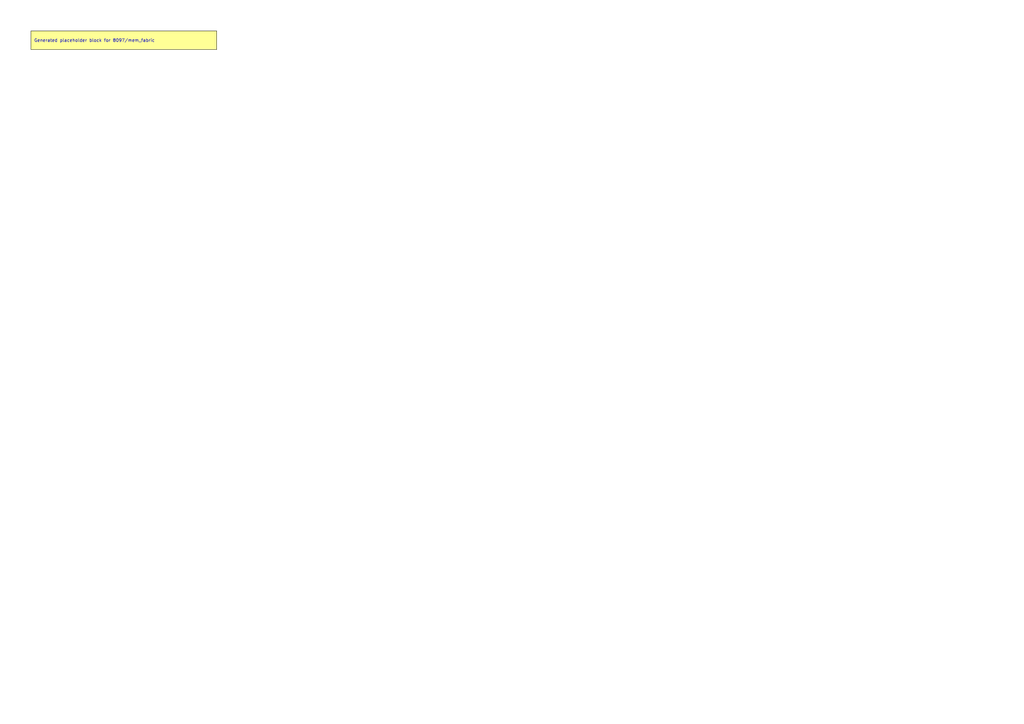
<source format=kicad_sch>
(kicad_sch
	(version 20250114)
	(generator "kicadgen")
	(generator_version "0.1")
	(uuid "4f461b5c-3ea5-5b2a-a3e7-7545852ac6e5")
	(paper "A3")
	(title_block
		(title "8097::mem_fabric")
		(company "Project Carbon")
		(comment 1 "Generated - do not edit in generated/")
		(comment 2 "Edit in schem/kicad9/manual/ or refine mapping specs")
	)
	(lib_symbols)
	(text_box
		"Generated placeholder block for 8097/mem_fabric"
		(exclude_from_sim no)
		(at
			12.7
			12.7
			0
		)
		(size 76.2 7.62)
		(margins
			1.27
			1.27
			1.27
			1.27
		)
		(stroke
			(width 0)
			(type default)
			(color
				0
				0
				0
				1
			)
		)
		(fill
			(type color)
			(color
				255
				255
				150
				1
			)
		)
		(effects
			(font
				(size 1.27 1.27)
			)
			(justify left)
		)
		(uuid "570d0944-fdb8-5e98-ba1a-4b241808f640")
	)
	(sheet_instances
		(path
			"/"
			(page "1")
		)
	)
	(embedded_fonts no)
)

</source>
